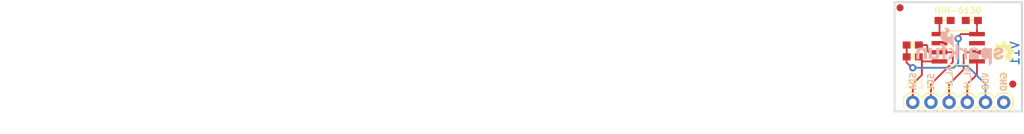
<source format=kicad_pcb>
(kicad_pcb (version 20211014) (generator pcbnew)
  (layers (0 "F.Cu" signal) (31 "B.Cu" signal) (34 "B.Paste" user) (35 "F.Paste" user) (36 "B.SilkS" user "B.Silkscreen") (37 "F.SilkS" user "F.Silkscreen") (38 "B.Mask" user) (39 "F.Mask" user) (44 "Edge.Cuts" user))
  (net 0 "")
  (net 1 "GND")
  (net 2 "N$1")
  (net 3 "VCC")
  (net 4 "SCL")
  (net 5 "SDA")
  (net 6 "AL_L")
  (net 7 "AL_H")
  (footprint "boardEagle:FIDUCIAL-1X2" (layer "F.Cu") (at 156.1211 108.8136)
    (fp_text reference "FID2" hide)
    (fp_text value "FIDUCIAL1X2" hide)
    (pad "1" smd roundrect (at 0 0) (size 1 1) (layers "F.Cu" "F.Mask") (roundrect_rratio 0.5))
  )
  (footprint "boardEagle:OSHW-LOGO-S" (layer "F.Cu") (at 154.8511 104.3686)
    (fp_text reference "U$2" hide)
    (fp_text value "OSHW-LOGOS" hide)
    (fp_poly (pts (xy 0.301647 -1.061351) (xy 0.42347 -1.022344) (xy 0.537177 -0.963769) (xy 0.92862 -1.282946) (xy 1.282946 -0.92862) (xy 0.961035 -0.533823) (xy 1.057046 -0.302084) (xy 1.5638 -0.250561) (xy 1.5638 0.250561) (xy 1.057046 0.302084) (xy 0.961035 0.533823) (xy 1.282946 0.92862) (xy 0.92862 1.282946) (xy 0.537177 0.96377) (xy 0.356601 1.056794) (xy 0.088679 0.410073) (xy 0.326262 0.2176) (xy 0.373649 0.121468) (xy 0.392729 0.010339) (xy 0.379464 -0.101634) (xy 0.334947 -0.205229) (xy 0.262842 -0.291918) (xy 0.169087 -0.354561) (xy 0.061406 -0.387999) (xy -0.051342 -0.38948) (xy -0.159868 -0.358881) (xy -0.255234 -0.298724) (xy -0.329589 -0.213962) (xy -0.376813 -0.111569) (xy -0.392176 -0.005767) (xy -0.322923 0.222565) (xy -0.249312 0.303773) (xy 0.091677 0.5081) (xy -0.12929 0.5081) (xy -0.355332 1.053732) (xy -0.506597 0.983577) (xy -0.538922 0.965192) (xy -0.92862 1.282946) (xy -1.282946 0.92862) (xy -0.961035 0.533823) (xy -1.057046 0.302084) (xy -1.5638 0.250561) (xy -1.5638 -0.250561) (xy -1.057046 -0.302084) (xy -0.961035 -0.533823) (xy -1.282946 -0.92862) (xy -0.92862 -1.282946) (xy -0.533823 -0.961035) (xy -0.302084 -1.057046) (xy -0.250561 -1.5638) (xy 0.250561 -1.5638)) (layer "F.SilkS") (width 0) (fill solid))
  )
  (footprint "boardEagle:STAND-OFF-TIGHT" (layer "F.Cu") (at 142.1511 99.9236)
    (fp_text reference "JP3" hide)
    (fp_text value "STAND-OFFTIGHT" hide)
    (pad "" np_thru_hole circle (at 0 0) (size 3.048 3.048) (drill 3.048) (layers *.Cu *.Mask))
  )
  (footprint "boardEagle:0603-CAP" (layer "F.Cu") (at 150.4061 99.9236 180)
    (fp_text reference "C2" (at -0.889 -0.762 180) (layer "F.SilkS") (effects (font (size 0.373888 0.373888) (thickness 0.032512)) (justify right top)))
    (fp_text value "0.22uF")
    (fp_line (start 0 -0.0305) (end 0 0.0305) (layer "F.SilkS") (width 0.5588))
    (pad "1" smd rect (at -0.85 0 180) (size 1.1 1) (layers "F.Cu" "F.Paste" "F.Mask") (net 3 "VCC"))
    (pad "2" smd rect (at 0.85 0 180) (size 1.1 1) (layers "F.Cu" "F.Paste" "F.Mask") (net 1 "GND"))
  )
  (footprint "boardEagle:0603-RES" (layer "F.Cu") (at 142.1511 103.3526 180)
    (fp_text reference "R1" (at -0.889 -0.762 180) (layer "F.SilkS") (effects (font (size 0.373888 0.373888) (thickness 0.032512)) (justify right top)))
    (fp_text value "2.2k")
    (fp_poly (pts (xy -0.2286 0.381) (xy 0.2286 0.381) (xy 0.2286 -0.381) (xy -0.2286 -0.381)) (layer "F.SilkS") (width 0) (fill solid))
    (pad "1" smd rect (at -0.85 0 180) (size 1.1 1) (layers "F.Cu" "F.Paste" "F.Mask") (net 4 "SCL"))
    (pad "2" smd rect (at 0.85 0 180) (size 1.1 1) (layers "F.Cu" "F.Paste" "F.Mask") (net 3 "VCC"))
  )
  (footprint "boardEagle:CREATIVE_COMMONS" (layer "F.Cu") (at 34.981622 112.6236)
    (fp_text reference "FRAME1" hide)
    (fp_text value "FRAME-LETTER" hide)
  )
  (footprint "boardEagle:1X06" (layer "F.Cu") (at 142.1511 111.3536)
    (fp_text reference "JP1" (at -1.3462 -1.8288) (layer "F.SilkS") (effects (font (size 1.143 1.143) (thickness 0.127)) (justify left bottom)))
    (fp_text value "")
    (fp_line (start 1.27 0.635) (end 0.635 1.27) (layer "F.SilkS") (width 0.2032))
    (fp_line (start 11.43 -0.635) (end 12.065 -1.27) (layer "F.SilkS") (width 0.2032))
    (fp_line (start 13.335 -1.27) (end 13.97 -0.635) (layer "F.SilkS") (width 0.2032))
    (fp_line (start 5.715 -1.27) (end 6.35 -0.635) (layer "F.SilkS") (width 0.2032))
    (fp_line (start 13.97 -0.635) (end 13.97 0.635) (layer "F.SilkS") (width 0.2032))
    (fp_line (start -1.27 -0.635) (end -1.27 0.635) (layer "F.SilkS") (width 0.2032))
    (fp_line (start 6.985 -1.27) (end 6.35 -0.635) (layer "F.SilkS") (width 0.2032))
    (fp_line (start 3.81 -0.635) (end 4.445 -1.27) (layer "F.SilkS") (width 0.2032))
    (fp_line (start 12.065 1.27) (end 11.43 0.635) (layer "F.SilkS") (width 0.2032))
    (fp_line (start 10.795 -1.27) (end 11.43 -0.635) (layer "F.SilkS") (width 0.2032))
    (fp_line (start 4.445 1.27) (end 3.81 0.635) (layer "F.SilkS") (width 0.2032))
    (fp_line (start 13.97 0.635) (end 13.335 1.27) (layer "F.SilkS") (width 0.2032))
    (fp_line (start 3.175 -1.27) (end 3.81 -0.635) (layer "F.SilkS") (width 0.2032))
    (fp_line (start -0.635 -1.27) (end 0.635 -1.27) (layer "F.SilkS") (width 0.2032))
    (fp_line (start 6.35 0.635) (end 6.985 1.27) (layer "F.SilkS") (width 0.2032))
    (fp_line (start 0.635 1.27) (end -0.635 1.27) (layer "F.SilkS") (width 0.2032))
    (fp_line (start -1.27 0.635) (end -0.635 1.27) (layer "F.SilkS") (width 0.2032))
    (fp_line (start 10.795 1.27) (end 9.525 1.27) (layer "F.SilkS") (width 0.2032))
    (fp_line (start 1.905 -1.27) (end 3.175 -1.27) (layer "F.SilkS") (width 0.2032))
    (fp_line (start 6.985 -1.27) (end 8.255 -1.27) (layer "F.SilkS") (width 0.2032))
    (fp_line (start 5.715 1.27) (end 4.445 1.27) (layer "F.SilkS") (width 0.2032))
    (fp_line (start 13.335 1.27) (end 12.065 1.27) (layer "F.SilkS") (width 0.2032))
    (fp_line (start 8.89 -0.635) (end 9.525 -1.27) (layer "F.SilkS") (width 0.2032))
    (fp_line (start 11.43 0.635) (end 10.795 1.27) (layer "F.SilkS") (width 0.2032))
    (fp_line (start 3.81 0.635) (end 3.175 1.27) (layer "F.SilkS") (width 0.2032))
    (fp_line (start 8.255 -1.27) (end 8.89 -0.635) (layer "F.SilkS") (width 0.2032))
    (fp_line (start 8.255 1.27) (end 6.985 1.27) (layer "F.SilkS") (width 0.2032))
    (fp_line (start -0.635 -1.27) (end -1.27 -0.635) (layer "F.SilkS") (width 0.2032))
    (fp_line (start 0.635 -1.27) (end 1.27 -0.635) (layer "F.SilkS") (width 0.2032))
    (fp_line (start 1.905 1.27) (end 1.27 0.635) (layer "F.SilkS") (width 0.2032))
    (fp_line (start 3.175 1.27) (end 1.905 1.27) (layer "F.SilkS") (width 0.2032))
    (fp_line (start 4.445 -1.27) (end 5.715 -1.27) (layer "F.SilkS") (width 0.2032))
    (fp_line (start 9.525 1.27) (end 8.89 0.635) (layer "F.SilkS") (width 0.2032))
    (fp_line (start 8.89 0.635) (end 8.255 1.27) (layer "F.SilkS") (width 0.2032))
    (fp_line (start 9.525 -1.27) (end 10.795 -1.27) (layer "F.SilkS") (width 0.2032))
    (fp_line (start 12.065 -1.27) (end 13.335 -1.27) (layer "F.SilkS") (width 0.2032))
    (fp_line (start 6.35 0.635) (end 5.715 1.27) (layer "F.SilkS") (width 0.2032))
    (fp_line (start 1.27 -0.635) (end 1.905 -1.27) (layer "F.SilkS") (width 0.2032))
    (pad "1" thru_hole circle (at 0 0 90) (size 1.8796 1.8796) (drill 1.016) (layers *.Cu *.Mask) (net 5 "SDA"))
    (pad "2" thru_hole circle (at 2.54 0 90) (size 1.8796 1.8796) (drill 1.016) (layers *.Cu *.Mask) (net 4 "SCL"))
    (pad "3" thru_hole circle (at 5.08 0 90) (size 1.8796 1.8796) (drill 1.016) (layers *.Cu *.Mask) (net 6 "AL_L"))
    (pad "4" thru_hole circle (at 7.62 0 90) (size 1.8796 1.8796) (drill 1.016) (layers *.Cu *.Mask) (net 7 "AL_H"))
    (pad "5" thru_hole circle (at 10.16 0 90) (size 1.8796 1.8796) (drill 1.016) (layers *.Cu *.Mask) (net 3 "VCC"))
    (pad "6" thru_hole circle (at 12.7 0 90) (size 1.8796 1.8796) (drill 1.016) (layers *.Cu *.Mask) (net 1 "GND"))
  )
  (footprint "boardEagle:FIDUCIAL-1X2" (layer "F.Cu") (at 140.3731 98.1456)
    (fp_text reference "FID1" hide)
    (fp_text value "FIDUCIAL1X2" hide)
    (pad "1" smd roundrect (at 0 0) (size 1 1) (layers "F.Cu" "F.Mask") (roundrect_rratio 0.5))
  )
  (footprint "boardEagle:0603-RES" (layer "F.Cu") (at 142.1511 105.0036 180)
    (fp_text reference "R2" (at -0.889 -0.762 180) (layer "F.SilkS") (effects (font (size 0.373888 0.373888) (thickness 0.032512)) (justify right top)))
    (fp_text value "2.2k")
    (fp_poly (pts (xy -0.2286 0.381) (xy 0.2286 0.381) (xy 0.2286 -0.381) (xy -0.2286 -0.381)) (layer "F.SilkS") (width 0) (fill solid))
    (pad "1" smd rect (at -0.85 0 180) (size 1.1 1) (layers "F.Cu" "F.Paste" "F.Mask") (net 5 "SDA"))
    (pad "2" smd rect (at 0.85 0 180) (size 1.1 1) (layers "F.Cu" "F.Paste" "F.Mask") (net 3 "VCC"))
  )
  (footprint "boardEagle:SOIC8" (layer "F.Cu") (at 148.5011 103.7336 -90)
    (fp_text reference "U1" (at -1.27 0 -90) (layer "F.SilkS") (effects (font (size 0.373888 0.373888) (thickness 0.032512)) (justify left bottom)))
    (fp_text value "HIH6131")
    (fp_line (start -2.362 -1.803) (end -2.362 1.803) (layer "F.SilkS") (width 0.1524))
    (fp_line (start 2.362 1.803) (end 2.362 -1.803) (layer "F.SilkS") (width 0.1524))
    (fp_circle (center -1.8034 0.9906) (end -1.6598 0.9906) (layer "F.SilkS") (width 0.2032) (fill none))
    (pad "1" smd rect (at -1.905 2.6162 270) (size 0.6096 2.2098) (layers "F.Cu" "F.Paste" "F.Mask") (net 2 "N$1"))
    (pad "2" smd rect (at -0.635 2.6162 270) (size 0.6096 2.2098) (layers "F.Cu" "F.Paste" "F.Mask") (net 1 "GND"))
    (pad "3" smd rect (at 0.635 2.6162 270) (size 0.6096 2.2098) (layers "F.Cu" "F.Paste" "F.Mask") (net 4 "SCL"))
    (pad "4" smd rect (at 1.905 2.6162 270) (size 0.6096 2.2098) (layers "F.Cu" "F.Paste" "F.Mask") (net 5 "SDA"))
    (pad "5" smd rect (at 1.905 -2.6162 270) (size 0.6096 2.2098) (layers "F.Cu" "F.Paste" "F.Mask") (net 7 "AL_H"))
    (pad "6" smd rect (at 0.635 -2.6162 270) (size 0.6096 2.2098) (layers "F.Cu" "F.Paste" "F.Mask") (net 6 "AL_L"))
    (pad "7" smd rect (at -0.635 -2.6162 270) (size 0.6096 2.2098) (layers "F.Cu" "F.Paste" "F.Mask"))
    (pad "8" smd rect (at -1.905 -2.6162 270) (size 0.6096 2.2098) (layers "F.Cu" "F.Paste" "F.Mask") (net 3 "VCC"))
  )
  (footprint "boardEagle:STAND-OFF-TIGHT" (layer "F.Cu") (at 154.8511 99.9236)
    (fp_text reference "JP4" hide)
    (fp_text value "STAND-OFFTIGHT" hide)
    (pad "" np_thru_hole circle (at 0 0) (size 3.048 3.048) (drill 3.048) (layers *.Cu *.Mask))
  )
  (footprint "boardEagle:0603-CAP" (layer "F.Cu") (at 146.5961 99.9236)
    (fp_text reference "C1" (at -0.889 -0.762) (layer "F.SilkS") (effects (font (size 0.373888 0.373888) (thickness 0.032512)) (justify left bottom)))
    (fp_text value "0.1uF")
    (fp_line (start 0 -0.0305) (end 0 0.0305) (layer "F.SilkS") (width 0.5588))
    (pad "1" smd rect (at -0.85 0) (size 1.1 1) (layers "F.Cu" "F.Paste" "F.Mask") (net 2 "N$1"))
    (pad "2" smd rect (at 0.85 0) (size 1.1 1) (layers "F.Cu" "F.Paste" "F.Mask") (net 1 "GND"))
  )
  (footprint "boardEagle:SFE-NEW-WEB" (layer "B.Cu") (at 154.8511 106.2736 180)
    (fp_text reference "U$8" hide)
    (fp_text value "" hide)
    (fp_line (start 10.7163 0.9449) (end 10.7163 2.5171) (layer "B.SilkS") (width 0.0254))
    (fp_line (start 11.1201 2.5171) (end 11.1201 2.2962) (layer "B.SilkS") (width 0.0254))
    (fp_line (start 12.1818 0.955) (end 11.7729 0.955) (layer "B.SilkS") (width 0.0254))
    (fp_line (start 11.1379 0.9449) (end 10.7163 0.9449) (layer "B.SilkS") (width 0.0254))
    (fp_line (start 11.1201 2.2962) (end 11.1277 2.2962) (layer "B.SilkS") (width 0.0254))
    (fp_line (start 12.1818 2.0091) (end 12.1818 0.955) (layer "B.SilkS") (width 0.0254))
    (fp_line (start 10.7163 2.5171) (end 11.1201 2.5171) (layer "B.SilkS") (width 0.0254))
    (fp_line (start 11.7729 0.955) (end 11.7729 1.9202) (layer "B.SilkS") (width 0.0254))
    (fp_line (start 11.1379 1.8136) (end 11.1379 0.9449) (layer "B.SilkS") (width 0.0254))
    (fp_arc (start 11.5672 2.5552) (mid 11.411238 2.523841) (end 11.2725 2.446) (layer "B.SilkS") (width 0.0254))
    (fp_arc (start 11.1862 2.3571) (mid 11.172158 2.338081) (end 11.1582 2.319) (layer "B.SilkS") (width 0.0254))
    (fp_arc (start 11.1455 2.3038) (mid 11.152103 2.311188) (end 11.1582 2.319) (layer "B.SilkS") (width 0.0254))
    (fp_arc (start 11.5976 2.2276) (mid 11.565101 2.235925) (end 11.5316 2.2377) (layer "B.SilkS") (width 0.0254))
    (fp_arc (start 12.1488 2.232699) (mid 12.104013 2.336521) (end 12.0345 2.4257) (layer "B.SilkS") (width 0.0254))
    (fp_arc (start 11.1684 2.0396) (mid 11.146105 1.962214) (end 11.1379 1.8821) (layer "B.SilkS") (width 0.0254))
    (fp_arc (start 11.1277 2.2962) (mid 11.137379 2.298176) (end 11.1455 2.3038) (layer "B.SilkS") (width 0.0254))
    (fp_arc (start 11.7678 2.5502) (mid 11.667584 2.556058) (end 11.5672 2.5552) (layer "B.SilkS") (width 0.0254))
    (fp_arc (start 11.4198 2.2327) (mid 11.475702 2.235165) (end 11.5316 2.2377) (layer "B.SilkS") (width 0.0254))
    (fp_arc (start 11.2725 2.446) (mid 11.226399 2.404414) (end 11.1862 2.3571) (layer "B.SilkS") (width 0.0254))
    (fp_arc (start 11.7729 1.9202) (mid 11.758038 2.02962) (end 11.7145 2.1311) (layer "B.SilkS") (width 0.0254))
    (fp_arc (start 11.1379 1.8821) (mid 11.137681 1.84785) (end 11.1379 1.8136) (layer "B.SilkS") (width 0.0254))
    (fp_arc (start 11.2598 2.1692) (mid 11.206137 2.110016) (end 11.1684 2.0396) (layer "B.SilkS") (width 0.0254))
    (fp_arc (start 12.0345 2.425699) (mid 11.911985 2.51116) (end 11.7678 2.5502) (layer "B.SilkS") (width 0.0254))
    (fp_arc (start 12.1818 2.0091) (mid 12.172765 2.122002) (end 12.1488 2.2327) (layer "B.SilkS") (width 0.0254))
    (fp_arc (start 11.4198 2.2327) (mid 11.334441 2.214452) (end 11.259799 2.1692) (layer "B.SilkS") (width 0.0254))
    (fp_arc (start 11.7145 2.1311) (mid 11.664346 2.1894) (end 11.5976 2.2276) (layer "B.SilkS") (width 0.0254))
    (fp_poly (pts (xy 6.1316 2.557116) (xy 6.1316 2.1463) (xy 6.115783 2.1463) (xy 6.10653 2.147054) (xy 6.097893 2.149211) (xy 6.068387 2.157247) (xy 6.038922 2.161538) (xy 5.96265 2.16474) (xy 5.887609 2.16159) (xy 5.731931 2.107297) (xy 5.637642 2.018651) (xy 5.577302 1.903423) (xy 5.5499 1.736362) (xy 5.5499 0.9423) (xy 5.107878 0.9423) (xy 5.110519 2.454146) (xy 5.522 2.527255) (xy 5.522 2.234211) (xy 5.526569 2.235704) (xy 5.544428 2.262537) (xy 5.578841 2.314524) (xy 5.613758 2.367854) (xy 5.686736 2.438162) (xy 5.778008 2.498223) (xy 5.979984 2.565515)) (layer "B.SilkS") (width 0) (fill solid))
    (fp_poly (pts (xy 4.444983 2.544915) (xy 4.588724 2.501712) (xy 4.72259 2.430523) (xy 4.844814 2.271666) (xy 4.859671 2.1819) (xy 4.8616 2.1819) (xy 4.8616 1.6891) (xy 4.864173 1.6891) (xy 4.861603 1.242544) (xy 4.871819 1.108765) (xy 4.906709 0.979276) (xy 4.920484 0.9423) (xy 4.495275 0.9423) (xy 4.477494 0.951279) (xy 4.472002 0.970735) (xy 4.468249 0.985133) (xy 4.446292 1.084946) (xy 4.440321 1.089528) (xy 4.438946 1.088886) (xy 4.309064 0.98859) (xy 4.153188 0.927249) (xy 3.824183 0.906712) (xy 3.683825 0.938256) (xy 3.554173 1.000134) (xy 3.486826 1.05665) (xy 3.437273 1.130532) (xy 3.3807 1.444163) (xy 3.3807 1.446675) (xy 3.401941 1.543624) (xy 3.446308 1.632822) (xy 3.527788 1.722902) (xy 3.632416 1.784766) (xy 3.937258 1.861632) (xy 4.048648 1.873601) (xy 4.159032 1.884616) (xy 4.224808 1.893434) (xy 4.289167 1.907055) (xy 4.336271 1.923637) (xy 4.379043 1.948303) (xy 4.407461 1.974391) (xy 4.413402 1.982997) (xy 4.4171 1.991455) (xy 4.4171 2.14983) (xy 4.358226 2.232254) (xy 4.254396 2.270917) (xy 4.188033 2.274326) (xy 4.120968 2.275774) (xy 4.006679 2.25395) (xy 3.883049 2.131716) (xy 3.8659 2.045941) (xy 3.8659 2.0295) (xy 3.429 2.0295) (xy 3.429 2.040006) (xy 3.418965 2.041638) (xy 3.439259 2.166448) (xy 3.491292 2.283494) (xy 3.571378 2.383462) (xy 3.674008 2.459597) (xy 3.791998 2.513469) (xy 3.916944 2.547448) (xy 4.18103 2.571338)) (layer "B.SilkS") (width 0) (fill solid))
    (fp_poly (pts (xy 11.770768 2.56283) (xy 12.043428 2.435548) (xy 12.160999 2.237024) (xy 12.1945 2.010032) (xy 12.1945 0.9423) (xy 11.7602 0.9423) (xy 11.7602 1.918474) (xy 11.70302 2.124971) (xy 11.656141 2.179464) (xy 11.593345 2.215403) (xy 11.53092 2.224956) (xy 11.476269 2.222478) (xy 11.422495 2.220106) (xy 11.268 2.158791) (xy 11.18035 2.034508) (xy 11.1506 1.880883) (xy 11.1506 0.9322) (xy 10.7036 0.9322) (xy 10.7036 2.5298) (xy 11.1328 2.5298) (xy 11.1328 2.310454) (xy 11.136857 2.313263) (xy 11.148195 2.326834) (xy 11.161924 2.345602) (xy 11.176241 2.364992) (xy 11.217267 2.413279) (xy 11.265048 2.456381) (xy 11.406772 2.535896) (xy 11.566093 2.567932)) (layer "B.SilkS") (width 0) (fill solid))
    (fp_poly (pts (xy 1.201557 2.290098) (xy 1.414074 2.156268) (xy 1.42383 2.065) (xy 1.01008 2.065) (xy 1.00135 2.126336) (xy 0.936084 2.220524) (xy 0.871818 2.257603) (xy 0.798545 2.2758) (xy 0.628591 2.2758) (xy 0.583991 2.267366) (xy 0.541641 2.251683) (xy 0.51157 2.232098) (xy 0.488615 2.205726) (xy 0.469153 2.152745) (xy 0.474605 2.097619) (xy 0.521549 2.031824) (xy 0.664468 1.962838) (xy 0.866638 1.922444) (xy 1.206678 1.822687) (xy 1.354318 1.729494) (xy 1.389578 1.692366) (xy 1.416579 1.648151) (xy 1.460229 1.440208) (xy 1.447804 1.4376) (xy 1.460484 1.436955) (xy 1.457817 1.384541) (xy 1.452657 1.33034) (xy 1.371775 1.140043) (xy 1.14885 0.969822) (xy 1.013381 0.927267) (xy 0.74708 0.904177) (xy 0.617383 0.909691) (xy 0.487493 0.922202) (xy 0.306845 0.984179) (xy 0.185213 1.061804) (xy 0.109225 1.132023) (xy 0.056988 1.2215) (xy 0.013059 1.350644) (xy 0.002577 1.410659) (xy -0.00152 1.469003) (xy 0.738195 1.10308) (xy 1.120535 1.189415) (xy 1.224069 1.497645) (xy 0.809011 1.723764) (xy 0.364394 1.98847) (xy 0.308075 2.310537) (xy 0.741882 2.423672)) (layer "B.SilkS") (width 0) (fill solid))
    (fp_poly (pts (xy 9.4234 1.520809) (xy 9.472888 1.359974) (xy 9.516069 1.308185) (xy 9.573108 1.271734) (xy 9.714103 1.241374) (xy 9.853529 1.268908) (xy 10.003067 1.442966) (xy 10.033 1.684784) (xy 10.033 2.5273) (xy 10.48 2.5273) (xy 10.48 0.9398) (xy 10.0533 0.9398) (xy 10.0533 1.159713) (xy 9.961626 1.051965) (xy 9.823848 0.946774) (xy 9.797269 0.933513) (xy 9.76873 0.924761) (xy 9.46843 0.899096) (xy 9.311419 0.929258) (xy 9.173895 1.0008) (xy 9.172522 1.0008) (xy 9.155194 1.014756) (xy 9.141833 1.028106) (xy 9.055991 1.150842) (xy 9.0022 1.291099) (xy 8.984 1.439423) (xy 8.984 2.5324) (xy 9.4234 2.5324)) (layer "B.SilkS") (width 0) (fill solid))
    (fp_poly (pts (xy 0.803285 2.567895) (xy 0.944243 2.553799) (xy 1.081508 2.516334) (xy 1.193542 2.461399) (xy 1.291841 2.383865) (xy 1.357039 2.297824) (xy 1.377068 2.257603) (xy 1.393653 2.216867) (xy 1.417283 2.151914) (xy 1.353784 2.105111) (xy 1.152335 2.254241) (xy 0.736496 2.387002) (xy 0.372563 2.277101) (xy 0.417885 2.019712) (xy 1.241556 1.540676) (xy 1.263422 1.497067) (xy 1.147655 1.152457) (xy 0.724605 1.058492) (xy -0.038666 1.4605) (xy 0.4115 1.4605) (xy 0.4115 1.443466) (xy 0.420402 1.369907) (xy 0.454647 1.305856) (xy 0.524204 1.243359) (xy 0.610838 1.206018) (xy 0.637726 1.200933) (xy 0.665996 1.198897) (xy 0.7328 1.198389) (xy 0.79791 1.198884) (xy 0.968129 1.258019) (xy 1.007666 1.302193) (xy 1.028603 1.358428) (xy 1.025789 1.425439) (xy 0.995864 1.485288) (xy 0.943734 1.527918) (xy 0.715431 1.605731) (xy 0.533161 1.644154) (xy 0.351479 1.692254) (xy 0.230117 1.743632) (xy 0.122357 1.822697) (xy 0.0457 1.960096) (xy 0.0457 1.963141) (xy 0.038572 2.135467) (xy 0.0838 2.300409) (xy 0.0838 2.303445) (xy 0.206233 2.444416) (xy 0.620397 2.567885) (xy 0.71245 2.568634)) (layer "B.SilkS") (width 0) (fill solid))
    (fp_poly (pts (xy 2.834651 2.506079) (xy 2.92707 2.450683) (xy 3.011605 2.383731) (xy 3.1267 2.221709) (xy 3.1267 2.263503) (xy 3.219434 1.972794) (xy 3.236098 1.526727) (xy 3.068933 1.135798) (xy 2.975978 1.041462) (xy 2.864973 0.970996) (xy 2.740356 0.92713) (xy 2.372489 0.922) (xy 2.370226 0.922) (xy 2.254471 0.962806) (xy 2.0828 1.127587) (xy 2.0828 -0.010757) (xy 1.6434 0.385552) (xy 1.6434 2.45912) (xy 2.057593 2.537568) (xy 2.055012 2.330538) (xy 2.068304 2.345345) (xy 2.15812 2.442839) (xy 2.234107 2.497896) (xy 2.368681 2.552194) (xy 2.419192 2.562883) (xy 2.620347 2.565422)) (layer "B.SilkS") (width 0) (fill solid))
    (fp_poly (pts (xy 6.7335 1.97376) (xy 7.284539 2.5248) (xy 7.78835 2.5248) (xy 7.197009 1.946483) (xy 7.869909 0.937183) (xy 7.330929 0.939835) (xy 6.903958 1.643716) (xy 6.7386 1.483032) (xy 6.7386 0.9296) (xy 6.306639 0.9296) (xy 6.2941 0.942139) (xy 6.2941 2.887776) (xy 6.7335 3.138467)) (layer "B.SilkS") (width 0) (fill solid))
    (fp_poly (pts (xy 8.809435 3.119895) (xy 8.875117 3.1166) (xy 8.89 3.1166) (xy 8.89 2.7889) (xy 8.869112 2.7889) (xy 8.841108 2.7915) (xy 8.660351 2.7915) (xy 8.587936 2.740064) (xy 8.571192 2.699602) (xy 8.5649 2.653436) (xy 8.5649 2.5273) (xy 8.8621 2.5273) (xy 8.8621 2.2352) (xy 8.5623 2.2352) (xy 8.5623 0.9322) (xy 8.1204 0.9322) (xy 8.1204 2.232779) (xy 7.70383 2.235391) (xy 7.995739 2.5273) (xy 8.1255 2.5273) (xy 8.1255 2.560826) (xy 8.143432 2.77702) (xy 8.219199 2.938937) (xy 8.324367 3.032939) (xy 8.449534 3.095959) (xy 8.586403 3.1242) (xy 8.743112 3.1242)) (layer "B.SilkS") (width 0) (fill solid))
  )
  (footprint "boardEagle:SFE-NEW-WEB-SOLDERMASK" (layer "B.Cu") (at 154.8511 106.2736 180)
    (fp_text reference "U$7" hide)
    (fp_text value "" hide)
  )
  (footprint "boardEagle:SFE-LOGO-FLAME" (layer "B.Cu") (at 147.8661 103.7336 180)
    (fp_text reference "U$3" hide)
    (fp_text value "" hide)
    (fp_poly (pts (xy 1.126002 2.808203) (xy 1.215449 2.785829) (xy 1.228477 2.780783) (xy 1.240149 2.774875) (xy 1.25686 2.766576) (xy 1.275552 2.759834) (xy 1.371694 2.7026) (xy 1.3793 2.7026) (xy 1.3793 2.6772) (xy 1.306833 2.6772) (xy 1.208418 2.657914) (xy 1.074855 2.495286) (xy 1.079365 2.436825) (xy 1.12809 2.341869) (xy 1.204666 2.265196) (xy 1.294069 2.200638) (xy 1.369348 2.168824) (xy 1.450737 2.171632) (xy 1.458864 2.174186) (xy 1.466257 2.177389) (xy 1.530514 2.236956) (xy 1.5368 2.259812) (xy 1.5368 2.377938) (xy 1.763707 2.148127) (xy 1.868186 1.856841) (xy 1.871603 1.856894) (xy 1.87806 1.650435) (xy 1.848857 1.45742) (xy 1.785308 1.272842) (xy 1.6663 1.061578) (xy 1.6663 1.080581) (xy 1.378131 0.80901) (xy 0.982239 0.6985) (xy 0.753005 0.6985) (xy 0.716201 0.692046) (xy 0.681776 0.679592) (xy 0.496322 0.541784) (xy -0.0126 -0.03091) (xy -0.0126 1.52077) (xy 0.060004 1.761967) (xy 0.168295 1.865489) (xy 0.307122 1.917522) (xy 0.4039 1.925089) (xy 0.499384 1.917623) (xy 0.55991 1.908099) (xy 0.557788 1.884433) (xy 0.522216 1.885242) (xy 0.501784 1.876141) (xy 0.420519 1.817154) (xy 0.400722 1.79067) (xy 0.390395 1.7285) (xy 0.400905 1.665229) (xy 0.421405 1.625174) (xy 0.452343 1.592685) (xy 0.546535 1.54355) (xy 0.652229 1.531742) (xy 0.742768 1.550084) (xy 0.82422 1.589656) (xy 0.92203 1.754659) (xy 0.907706 1.848844) (xy 0.850914 1.930401) (xy 0.584707 2.263237) (xy 0.561667 2.510855) (xy 0.627495 2.621556) (xy 0.629042 2.623103) (xy 0.778901 2.74712) (xy 1.032676 2.817064)) (layer "B.SilkS") (width 0) (fill solid))
  )
  (footprint "boardEagle:SFE-NEW-WEB-SOLDERMASK" (layer "B.Cu") (at 154.8511 106.2736 180)
    (fp_text reference "U$1" hide)
    (fp_text value "" hide)
  )
  (footprint "boardEagle:SFE-NEW-WEB-SOLDERMASK" (layer "B.Cu") (at 154.8511 106.2736 180)
    (fp_text reference "U$6" hide)
    (fp_text value "" hide)
  )
  (gr_line (start 139.6111 112.6236) (end 139.6111 97.3836) (layer "Edge.Cuts") (width 0.254))
  (gr_line (start 157.3911 112.6236) (end 139.6111 112.6236) (layer "Edge.Cuts") (width 0.254))
  (gr_line (start 139.6111 97.3836) (end 157.3911 97.3836) (layer "Edge.Cuts") (width 0.254))
  (gr_line (start 157.3911 97.3836) (end 157.3911 112.6236) (layer "Edge.Cuts") (width 0.254))
  (gr_text "V11" (at 157.1371 102.7176 -270) (layer "B.Cu") (effects (font (size 1.20904 1.20904) (thickness 0.21336)) (justify left bottom mirror)))
  (gr_text "VDD" (at 152.7937 107.1118 -270) (layer "B.SilkS") (effects (font (size 0.8636 0.8636) (thickness 0.1524)) (justify left bottom mirror)))
  (gr_text "AL_L" (at 147.7391 106.1974 -270) (layer "B.SilkS") (effects (font (size 0.8636 0.8636) (thickness 0.1524)) (justify left bottom mirror)))
  (gr_text "SCL" (at 145.1991 107.2134 -270) (layer "B.SilkS") (effects (font (size 0.8636 0.8636) (thickness 0.1524)) (justify left bottom mirror)))
  (gr_text "AL_H" (at 150.2791 106.2736 -270) (layer "B.SilkS") (effects (font (size 0.8636 0.8636) (thickness 0.1524)) (justify left bottom mirror)))
  (gr_text "GND" (at 155.3591 107.1118 -270) (layer "B.SilkS") (effects (font (size 0.8636 0.8636) (thickness 0.1524)) (justify left bottom mirror)))
  (gr_text "SDA" (at 142.6845 107.1118 -270) (layer "B.SilkS") (effects (font (size 0.8636 0.8636) (thickness 0.1524)) (justify left bottom mirror)))
  (gr_text "GND" (at 155.3591 109.7534 90) (layer "F.SilkS") (effects (font (size 0.8636 0.8636) (thickness 0.1524)) (justify left bottom)))
  (gr_text "AL_L" (at 147.7391 109.7788 90) (layer "F.SilkS") (effects (font (size 0.8636 0.8636) (thickness 0.1524)) (justify left bottom)))
  (gr_text "HIH-6130" (at 145.0721 99.0346) (layer "F.SilkS") (effects (font (size 0.8636 0.8636) (thickness 0.1524)) (justify left bottom)))
  (gr_text "AL_H" (at 150.2791 109.8296 90) (layer "F.SilkS") (effects (font (size 0.8636 0.8636) (thickness 0.1524)) (justify left bottom)))
  (gr_text "SDA" (at 142.6845 109.7534 90) (layer "F.SilkS") (effects (font (size 0.8636 0.8636) (thickness 0.1524)) (justify left bottom)))
  (gr_text "VDD" (at 152.7937 109.7534 90) (layer "F.SilkS") (effects (font (size 0.8636 0.8636) (thickness 0.1524)) (justify left bottom)))
  (gr_text "SCL" (at 145.1991 109.7788 90) (layer "F.SilkS") (effects (font (size 0.8636 0.8636) (thickness 0.1524)) (justify left bottom)))
  (segment (start 145.8849 101.8286) (end 145.8849 99.9998) (width 0.254) (layer "F.Cu") (net 2))
  (segment (start 145.8849 99.9998) (end 145.9611 99.9236) (width 0.254) (layer "F.Cu") (net 2))
  (segment (start 145.9611 99.9236) (end 145.7461 99.9236) (width 0.254) (layer "F.Cu") (net 2))
  (segment (start 148.5011 102.2096) (end 148.8821 101.8286) (width 0.254) (layer "F.Cu") (net 3))
  (segment (start 141.5011 105.2036) (end 141.3011 105.0036) (width 0.254) (layer "F.Cu") (net 3))
  (segment (start 141.2621 105.0426) (end 141.3011 105.0036) (width 0.254) (layer "F.Cu") (net 3))
  (segment (start 142.0241 106.5276) (end 141.2621 105.7656) (width 0.254) (layer "F.Cu") (net 3))
  (segment (start 141.3011 103.3526) (end 141.3011 105.0036) (width 0.254) (layer "F.Cu") (net 3))
  (segment (start 151.1173 101.8286) (end 151.1173 100.0624) (width 0.254) (layer "F.Cu") (net 3))
  (segment (start 151.1173 99.9998) (end 151.0411 99.9236) (width 0.254) (layer "F.Cu") (net 3))
  (segment (start 148.5011 102.4636) (end 148.5011 102.2096) (width 0.254) (layer "F.Cu") (net 3))
  (segment (start 148.8821 101.8286) (end 151.1173 101.8286) (width 0.254) (layer "F.Cu") (net 3))
  (segment (start 142.1511 106.5276) (end 142.0241 106.5276) (width 0.254) (layer "F.Cu") (net 3))
  (segment (start 151.0411 99.9236) (end 151.2561 99.9236) (width 0.254) (layer "F.Cu") (net 3))
  (segment (start 151.1173 100.0624) (end 151.2561 99.9236) (width 0.254) (layer "F.Cu") (net 3))
  (segment (start 141.2621 105.7656) (end 141.2621 105.0426) (width 0.254) (layer "F.Cu") (net 3))
  (via (at 142.1511 106.5276) (size 1.016) (drill 0.508) (layers "F.Cu" "B.Cu") (net 3))
  (via (at 148.5011 102.4636) (size 1.016) (drill 0.508) (layers "F.Cu" "B.Cu") (net 3))
  (segment (start 152.3111 108.8136) (end 149.7711 106.2736) (width 0.254) (layer "B.Cu") (net 3))
  (segment (start 147.8661 106.5276) (end 148.3106 106.0831) (width 0.254) (layer "B.Cu") (net 3))
  (segment (start 148.5011 106.2736) (end 148.3106 106.0831) (width 0.254) (layer "B.Cu") (net 3))
  (segment (start 148.5011 105.8926) (end 148.5011 102.4636) (width 0.254) (layer "B.Cu") (net 3))
  (segment (start 152.3111 111.3536) (end 152.3111 108.8136) (width 0.254) (layer "B.Cu") (net 3))
  (segment (start 142.1511 106.5276) (end 147.8661 106.5276) (width 0.254) (layer "B.Cu") (net 3))
  (segment (start 148.3106 106.0831) (end 148.5011 105.8926) (width 0.254) (layer "B.Cu") (net 3))
  (segment (start 149.7711 106.2736) (end 148.5011 106.2736) (width 0.254) (layer "B.Cu") (net 3))
  (segment (start 145.8849 104.3686) (end 144.4371 104.3686) (width 0.254) (layer "F.Cu") (net 4))
  (segment (start 147.6121 104.3686) (end 145.8849 104.3686) (width 0.254) (layer "F.Cu") (net 4))
  (segment (start 144.1831 104.1146) (end 144.1831 103.4796) (width 0.254) (layer "F.Cu") (net 4))
  (segment (start 144.1831 103.4796) (end 144.0561 103.3526) (width 0.254) (layer "F.Cu") (net 4))
  (segment (start 144.6911 111.3536) (end 144.6911 108.8136) (width 0.254) (layer "F.Cu") (net 4))
  (segment (start 144.6911 108.8136) (end 147.7391 105.7656) (width 0.254) (layer "F.Cu") (net 4))
  (segment (start 147.7391 105.7656) (end 147.7391 104.4956) (width 0.254) (layer "F.Cu") (net 4))
  (segment (start 144.4371 104.3686) (end 144.1831 104.1146) (width 0.254) (layer "F.Cu") (net 4))
  (segment (start 144.0561 103.3526) (end 143.0011 103.3526) (width 0.254) (layer "F.Cu") (net 4))
  (segment (start 147.7391 104.4956) (end 147.6121 104.3686) (width 0.254) (layer "F.Cu") (net 4))
  (segment (start 143.4211 105.6386) (end 143.4211 105.4236) (width 0.254) (layer "F.Cu") (net 5))
  (segment (start 145.8849 105.6386) (end 143.4211 105.6386) (width 0.254) (layer "F.Cu") (net 5))
  (segment (start 143.4211 107.5436) (end 143.4211 105.6386) (width 0.254) (layer "F.Cu") (net 5))
  (segment (start 143.4211 105.4236) (end 143.0011 105.0036) (width 0.254) (layer "F.Cu") (net 5))
  (segment (start 142.1511 111.3536) (end 142.1511 108.8136) (width 0.254) (layer "F.Cu") (net 5))
  (segment (start 142.1511 108.8136) (end 143.4211 107.5436) (width 0.254) (layer "F.Cu") (net 5))
  (segment (start 149.2631 104.7496) (end 149.2631 106.7816) (width 0.254) (layer "F.Cu") (net 6))
  (segment (start 149.2631 106.7816) (end 147.2311 108.8136) (width 0.254) (layer "F.Cu") (net 6))
  (segment (start 149.6441 104.3686) (end 149.2631 104.7496) (width 0.254) (layer "F.Cu") (net 6))
  (segment (start 151.1173 104.3686) (end 149.6441 104.3686) (width 0.254) (layer "F.Cu") (net 6))
  (segment (start 147.2311 108.8136) (end 147.2311 111.3536) (width 0.254) (layer "F.Cu") (net 6))
  (segment (start 149.7711 108.8136) (end 149.7711 111.3536) (width 0.254) (layer "F.Cu") (net 7))
  (segment (start 151.1173 107.4674) (end 149.7711 108.8136) (width 0.254) (layer "F.Cu") (net 7))
  (segment (start 151.1173 105.6386) (end 151.1173 107.4674) (width 0.254) (layer "F.Cu") (net 7))
)
</source>
